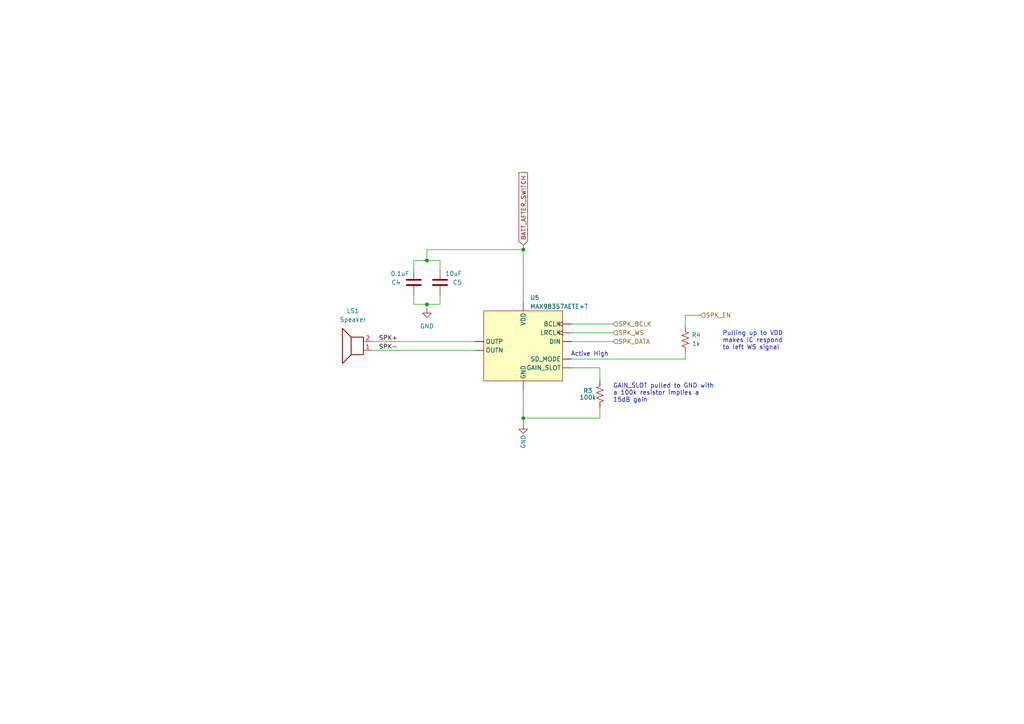
<source format=kicad_sch>
(kicad_sch (version 20230121) (generator eeschema)
  (paper "A4")
  (lib_symbols
    (symbol "Device:C" (pin_numbers hide) (pin_names (offset 0.254))
      (property "Reference" "C" (at 0.635 2.54 0))
      (property "Value" "C" (at 0.635 -2.54 0))
      (symbol "C_0_1"
        (polyline (pts (xy -2.032 -0.762) (xy 2.032 -0.762)) (stroke (width 0.508)))
        (polyline (pts (xy -2.032 0.762) (xy 2.032 0.762)) (stroke (width 0.508)))
      )
      (symbol "C_1_1"
        (pin passive line (at 0 3.81 270) (length 2.794) (name "~") (number "1"))
        (pin passive line (at 0 -3.81 90) (length 2.794) (name "~") (number "2"))
      )
    )
    (symbol "Device:R_US" (pin_numbers hide) (pin_names (offset 0))
      (property "Reference" "R" (at 2.54 0 90))
      (property "Value" "R_US" (at -2.54 0 90))
      (symbol "R_US_0_1"
        (polyline (pts (xy 0 -2.286) (xy 0 -2.54)))
        (polyline (pts (xy 0 2.286) (xy 0 2.54)))
        (polyline (pts (xy 0 -0.762) (xy 1.016 -1.143) (xy 0 -1.524) (xy -1.016 -1.905) (xy 0 -2.286)))
        (polyline (pts (xy 0 0.762) (xy 1.016 0.381) (xy 0 0) (xy -1.016 -0.381) (xy 0 -0.762)))
        (polyline (pts (xy 0 2.286) (xy 1.016 1.905) (xy 0 1.524) (xy -1.016 1.143) (xy 0 0.762)))
      )
      (symbol "R_US_1_1"
        (pin passive line (at 0 3.81 270) (length 1.27) (name "~") (number "1"))
        (pin passive line (at 0 -3.81 90) (length 1.27) (name "~") (number "2"))
      )
    )
    (symbol "Device:Speaker" (pin_names (offset 0) hide)
      (property "Reference" "LS" (at 1.27 5.715 0))
      (property "Value" "Speaker" (at 1.27 3.81 0))
      (symbol "Speaker_0_0"
        (rectangle (start -2.54 1.27) (end 1.016 -3.81) (stroke (width 0.254)))
        (polyline (pts (xy 1.016 1.27) (xy 3.556 3.81) (xy 3.556 -6.35) (xy 1.016 -3.81)) (stroke (width 0.254)))
      )
      (symbol "Speaker_1_1"
        (pin input line (at -5.08 0 0) (length 2.54) (name "1") (number "1"))
        (pin input line (at -5.08 -2.54 0) (length 2.54) (name "2") (number "2"))
      )
    )
    (symbol "MAX98357:MAX98357AETE+T" (pin_numbers hide)
      (property "Reference" "U" (at -11.43 13.97 0))
      (property "Value" "MAX98357AETE+T" (at -11.43 11.43 0))
      (symbol "MAX98357AETE+T_1_1"
        (rectangle (start -11.43 10.16) (end 11.43 -10.16) (fill (type background)))
        (pin input line (at 13.97 1.27 180) (length 2.54) (name "DIN") (number "1"))
        (pin output line (at -13.97 -1.27 0) (length 2.54) (name "OUTN") (number "10"))
        (pin power_in line (at 0 -12.7 90) (length 2.54) hide (name "GND") (number "11"))
        (pin no_connect line (at -13.97 -7.62 0) (length 2.54) hide (name "NC") (number "12"))
        (pin no_connect line (at -13.97 -7.62 0) (length 2.54) hide (name "NC") (number "13"))
        (pin input clock (at 13.97 3.81 180) (length 2.54) (name "LRCLK") (number "14"))
        (pin power_in line (at 0 -12.7 90) (length 2.54) hide (name "GND") (number "15"))
        (pin input clock (at 13.97 6.35 180) (length 2.54) (name "BCLK") (number "16"))
        (pin free line (at 0 -12.7 90) (length 2.54) hide (name "Thermal") (number "17"))
        (pin input line (at 13.97 -6.35 180) (length 2.54) (name "GAIN_SLOT") (number "2"))
        (pin power_in line (at 0 -12.7 90) (length 2.54) (name "GND") (number "3"))
        (pin input line (at 13.97 -3.81 180) (length 2.54) (name "SD_MODE") (number "4"))
        (pin no_connect line (at -13.97 -7.62 0) (length 2.54) hide (name "NC") (number "5"))
        (pin no_connect line (at -13.97 -7.62 0) (length 2.54) hide (name "NC") (number "6"))
        (pin power_in line (at 0 12.7 270) (length 2.54) (name "VDD") (number "7"))
        (pin power_in line (at 0 12.7 270) (length 2.54) hide (name "VDD") (number "8"))
        (pin output line (at -13.97 1.27 0) (length 2.54) (name "OUTP") (number "9"))
      )
    )
    (symbol "power:GND" (power) (pin_names (offset 0))
      (property "Value" "GND" (at 0 -3.81 0))
      (symbol "GND_0_1"
        (polyline (pts (xy 0 0) (xy 0 -1.27) (xy 1.27 -1.27) (xy 0 -2.54) (xy -1.27 -1.27) (xy 0 -1.27)))
      )
      (symbol "GND_1_1"
        (pin power_in line (at 0 0 270) (length 0) hide (name "GND") (number "1"))
      )
    )
  )
  (junction (at 123.825 75.565))
  (junction (at 123.825 88.265))
  (junction (at 151.765 121.285))
  (junction (at 151.765 72.39))
  (wire (pts (xy 120.015 75.565) (xy 123.825 75.565)))
  (wire (pts (xy 198.755 104.14) (xy 198.755 102.235)))
  (wire (pts (xy 120.015 78.105) (xy 120.015 75.565)))
  (wire (pts (xy 107.95 99.06) (xy 137.795 99.06)))
  (wire (pts (xy 198.755 91.44) (xy 198.755 94.615)))
  (wire (pts (xy 107.95 101.6) (xy 137.795 101.6)))
  (wire (pts (xy 123.825 88.265) (xy 120.015 88.265)))
  (wire (pts (xy 173.99 121.285) (xy 151.765 121.285)))
  (wire (pts (xy 123.825 72.39) (xy 123.825 75.565)))
  (wire (pts (xy 151.765 71.12) (xy 151.765 72.39)))
  (wire (pts (xy 151.765 113.03) (xy 151.765 121.285)))
  (wire (pts (xy 165.735 93.98) (xy 177.8 93.98)))
  (wire (pts (xy 203.2 91.44) (xy 198.755 91.44)))
  (wire (pts (xy 151.765 121.285) (xy 151.765 123.19)))
  (wire (pts (xy 165.735 96.52) (xy 177.8 96.52)))
  (wire (pts (xy 127.635 75.565) (xy 127.635 78.105)))
  (wire (pts (xy 127.635 88.265) (xy 127.635 85.725)))
  (wire (pts (xy 165.735 106.68) (xy 173.99 106.68)))
  (wire (pts (xy 165.735 104.14) (xy 198.755 104.14)))
  (wire (pts (xy 151.765 72.39) (xy 123.825 72.39)))
  (wire (pts (xy 120.015 88.265) (xy 120.015 85.725)))
  (wire (pts (xy 123.825 89.535) (xy 123.825 88.265)))
  (wire (pts (xy 123.825 75.565) (xy 127.635 75.565)))
  (wire (pts (xy 127.635 88.265) (xy 123.825 88.265)))
  (wire (pts (xy 173.99 106.68) (xy 173.99 110.49)))
  (wire (pts (xy 151.765 72.39) (xy 151.765 87.63)))
  (wire (pts (xy 165.735 99.06) (xy 177.8 99.06)))
  (wire (pts (xy 173.99 118.11) (xy 173.99 121.285)))
  (text "GAIN_SLOT pulled to GND with\na 100k resistor implies a\n15dB gain" (at 177.8 116.84 0) (effects (font (size 1.27 1.27)) (justify left bottom)))
  (text "Active High" (at 176.53 103.505 0) (effects (font (size 1.27 1.27)) (justify right bottom)))
  (text "Pulling up to VDD\nmakes IC respond\nto left WS signal" (at 209.55 101.6 0) (effects (font (size 1.27 1.27)) (justify left bottom)))
  (label "SPK+" (at 109.855 99.06 0))
  (label "SPK-" (at 109.855 101.6 0))
  (global_label "BATT_AFTER_SWITCH" (shape input) (at 151.765 71.12 90) (property "Intersheetrefs" "${INTERSHEET_REFS}" (effects hide)))
  (hierarchical_label "SPK_BCLK" (shape input) (at 177.8 93.98 0))
  (hierarchical_label "SPK_WS" (shape input) (at 177.8 96.52 0))
  (hierarchical_label "SPK_EN" (shape input) (at 203.2 91.44 0))
  (hierarchical_label "SPK_DATA" (shape input) (at 177.8 99.06 0))
  (symbol (lib_id "Device:C") (at 127.635 81.915 180) (unit 1)
    (property "Reference" "C5" (at 133.985 81.915 0) (effects (justify left)))
    (property "Value" "10uF" (at 133.985 79.375 0) (effects (justify left)))
    (property "Footprint" "Capacitor_SMD:C_1206_3216Metric_Pad1.33x1.80mm_HandSolder" (effects hide))
    (instances (project "Combadge" (path "" (reference "C5") (unit 1)) (path "" (reference "C10") (unit 1))))
  )
  (symbol (lib_id "Device:R_US") (at 173.99 114.3 0) (mirror x) (unit 1)
    (property "Reference" "R3" (at 170.4975 113.3475 0))
    (property "Value" "100k" (at 170.4975 115.2525 0))
    (property "Footprint" "Resistor_SMD:R_1206_3216Metric_Pad1.30x1.75mm_HandSolder" (effects hide))
    (instances (project "Combadge" (path "" (reference "R3") (unit 1)) (path "" (reference "R11") (unit 1))))
  )
  (symbol (lib_id "power:GND") (at 123.825 89.535 0) (unit 1)
    (property "Reference" "#PWR08" (effects hide))
    (property "Value" "GND" (at 123.825 94.615 0))
    (instances (project "Combadge" (path "" (reference "#PWR08") (unit 1)) (path "" (reference "#PWR021") (unit 1))))
  )
  (symbol (lib_id "Device:R_US") (at 198.755 98.425 180) (unit 1)
    (property "Reference" "R4" (at 201.93 97.155 0))
    (property "Value" "1k" (at 201.93 99.695 0))
    (property "Footprint" "Resistor_SMD:R_1206_3216Metric_Pad1.30x1.75mm_HandSolder" (effects hide))
    (instances (project "Combadge" (path "" (reference "R4") (unit 1)) (path "" (reference "R12") (unit 1))))
  )
  (symbol (lib_id "Device:Speaker") (at 102.87 101.6 180) (unit 1) (in_bom no)
    (property "Reference" "LS1" (at 102.362 90.17 0))
    (property "Value" "Speaker" (at 102.362 92.71 0))
    (property "Footprint" "Connector_PinHeader_2.54mm:PinHeader_1x02_P2.54mm_Vertical" (effects hide))
  )
  (symbol (lib_id "MAX98357:MAX98357AETE+T") (at 151.765 100.33 0) (unit 1)
    (property "Reference" "U5" (at 153.7209 86.36 0) (effects (justify left)))
    (property "Value" "MAX98357AETE+T" (at 153.7209 88.9 0) (effects (justify left)))
    (property "Footprint" "Package_DFN_QFN:TQFN-16-1EP_3x3mm_P0.5mm_EP1.23x1.23mm" (effects hide))
    (property "Datasheet" "https://www.analog.com/media/en/technical-documentation/data-sheets/MAX98357A-MAX98357B.pdf" (effects hide))
  )
  (symbol (lib_id "power:GND") (at 151.765 123.19 0) (mirror y) (unit 1)
    (property "Reference" "#PWR06" (effects hide))
    (property "Value" "GND" (at 151.765 130.175 90) (effects (justify left)))
    (instances (project "Combadge" (path "" (reference "#PWR06") (unit 1)) (path "" (reference "#PWR022") (unit 1))))
  )
  (symbol (lib_id "Device:C") (at 120.015 81.915 180) (unit 1)
    (property "Reference" "C4" (at 116.205 81.915 0) (effects (justify left)))
    (property "Value" "0.1uF" (at 118.745 79.375 0) (effects (justify left)))
    (property "Footprint" "Capacitor_SMD:C_1206_3216Metric_Pad1.33x1.80mm_HandSolder" (effects hide))
    (instances (project "Combadge" (path "" (reference "C4") (unit 1)) (path "" (reference "C9") (unit 1))))
  )
)
</source>
